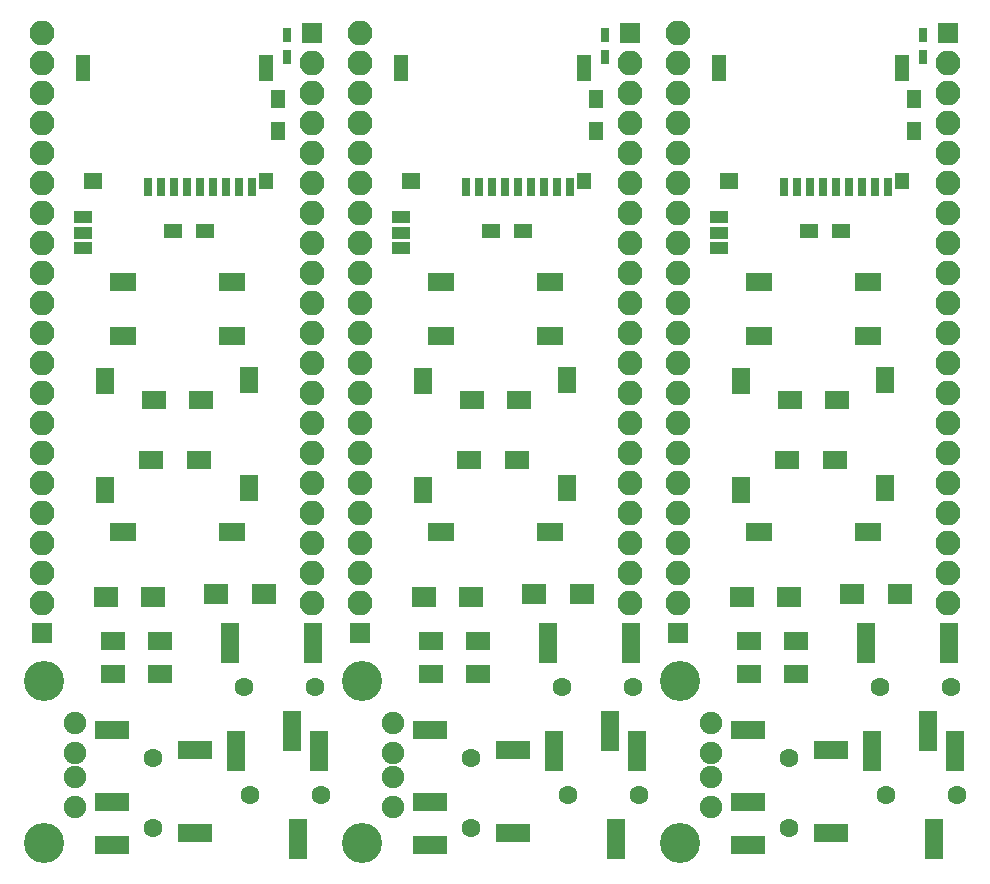
<source format=gbr>
%TF.GenerationSoftware,KiCad,Pcbnew,5.0.0-rc2-dev-unknown-d09445c~65~ubuntu16.04.1*%
%TF.CreationDate,2018-05-20T19:04:23+02:00*%
%TF.ProjectId,F-6888multi,462D363838386D756C74692E6B696361,rev?*%
%TF.SameCoordinates,Original*%
%TF.FileFunction,Soldermask,Top*%
%TF.FilePolarity,Negative*%
%FSLAX46Y46*%
G04 Gerber Fmt 4.6, Leading zero omitted, Abs format (unit mm)*
G04 Created by KiCad (PCBNEW 5.0.0-rc2-dev-unknown-d09445c~65~ubuntu16.04.1) date Sun May 20 19:04:23 2018*
%MOMM*%
%LPD*%
G01*
G04 APERTURE LIST*
%ADD10R,0.700000X1.600000*%
%ADD11R,1.200000X1.400000*%
%ADD12R,1.600000X1.400000*%
%ADD13R,1.200000X2.200000*%
%ADD14R,2.000000X1.700000*%
%ADD15C,1.600000*%
%ADD16R,1.500000X3.500000*%
%ADD17R,2.000000X1.600000*%
%ADD18R,1.500000X1.000000*%
%ADD19R,1.600000X2.180000*%
%ADD20R,1.700000X1.700000*%
%ADD21O,2.100000X2.100000*%
%ADD22R,1.300000X1.500000*%
%ADD23R,0.750000X1.200000*%
%ADD24R,2.180000X1.600000*%
%ADD25C,3.400000*%
%ADD26C,1.900000*%
%ADD27R,3.000000X1.500000*%
%ADD28R,1.500000X1.300000*%
G04 APERTURE END LIST*
D10*
%TO.C,J6*%
X159308800Y-68767600D03*
X158208800Y-68767600D03*
X157108800Y-68767600D03*
X160408800Y-68767600D03*
X161508800Y-68767600D03*
X162608800Y-68767600D03*
X164808800Y-68767600D03*
X163708800Y-68767600D03*
X165908800Y-68767600D03*
D11*
X167058800Y-68267600D03*
D12*
X152458800Y-68267600D03*
D13*
X167058800Y-58667600D03*
X151558800Y-58667600D03*
%TD*%
D14*
%TO.C,D2*%
X162864800Y-103225600D03*
X166864800Y-103225600D03*
%TD*%
D15*
%TO.C,U4*%
X165754800Y-120243600D03*
D16*
X164554800Y-116493600D03*
X169754800Y-123993600D03*
X171554800Y-116493600D03*
D15*
X171754800Y-120243600D03*
%TD*%
D17*
%TO.C,C4*%
X161372300Y-91922600D03*
X157372300Y-91922600D03*
%TD*%
D18*
%TO.C,JP1*%
X151536400Y-73944000D03*
X151536400Y-72644000D03*
X151536400Y-71344000D03*
%TD*%
D19*
%TO.C,SW2*%
X153403300Y-94417100D03*
X153403300Y-85237100D03*
%TD*%
D17*
%TO.C,C10*%
X154083000Y-109982000D03*
X158083000Y-109982000D03*
%TD*%
%TO.C,C9*%
X158083000Y-107188000D03*
X154083000Y-107188000D03*
%TD*%
D20*
%TO.C,J2*%
X170992800Y-55727600D03*
D21*
X170992800Y-58267600D03*
X170992800Y-60807600D03*
X170992800Y-63347600D03*
X170992800Y-65887600D03*
X170992800Y-68427600D03*
X170992800Y-70967600D03*
X170992800Y-73507600D03*
X170992800Y-76047600D03*
X170992800Y-78587600D03*
X170992800Y-81127600D03*
X170992800Y-83667600D03*
X170992800Y-86207600D03*
X170992800Y-88747600D03*
X170992800Y-91287600D03*
X170992800Y-93827600D03*
X170992800Y-96367600D03*
X170992800Y-98907600D03*
X170992800Y-101447600D03*
X170992800Y-103987600D03*
%TD*%
D14*
%TO.C,D1*%
X157498800Y-103479600D03*
X153498800Y-103479600D03*
%TD*%
D22*
%TO.C,L1*%
X168122600Y-61366400D03*
X168122600Y-64066400D03*
%TD*%
D23*
%TO.C,C8*%
X168833800Y-57795200D03*
X168833800Y-55895200D03*
%TD*%
D20*
%TO.C,J4*%
X148132800Y-106527600D03*
D21*
X148132800Y-103987600D03*
X148132800Y-101447600D03*
X148132800Y-98907600D03*
X148132800Y-96367600D03*
X148132800Y-93827600D03*
X148132800Y-91287600D03*
X148132800Y-88747600D03*
X148132800Y-86207600D03*
X148132800Y-83667600D03*
X148132800Y-81127600D03*
X148132800Y-78587600D03*
X148132800Y-76047600D03*
X148132800Y-73507600D03*
X148132800Y-70967600D03*
X148132800Y-68427600D03*
X148132800Y-65887600D03*
X148132800Y-63347600D03*
X148132800Y-60807600D03*
X148132800Y-58267600D03*
X148132800Y-55727600D03*
%TD*%
D24*
%TO.C,SW1*%
X164152800Y-76809600D03*
X154972800Y-76809600D03*
%TD*%
D25*
%TO.C,J1*%
X148244100Y-110587600D03*
X148244100Y-124307600D03*
D26*
X150914100Y-114147600D03*
X150914100Y-116687600D03*
X150914100Y-118717600D03*
X150914100Y-121257600D03*
%TD*%
D27*
%TO.C,U2*%
X161030800Y-123485600D03*
X161030800Y-116485600D03*
X154030800Y-114785600D03*
X154030800Y-120885600D03*
X154030800Y-124485600D03*
D15*
X157530800Y-117085600D03*
X157530800Y-123085600D03*
%TD*%
D17*
%TO.C,C5*%
X157562800Y-86842600D03*
X161562800Y-86842600D03*
%TD*%
D24*
%TO.C,SW5*%
X154972800Y-81381600D03*
X164152800Y-81381600D03*
%TD*%
%TO.C,SW4*%
X154972800Y-98018600D03*
X164152800Y-98018600D03*
%TD*%
D19*
%TO.C,SW3*%
X165658800Y-85122800D03*
X165658800Y-94302800D03*
%TD*%
D15*
%TO.C,U3*%
X171246800Y-111099600D03*
D16*
X171046800Y-107349600D03*
X169246800Y-114849600D03*
X164046800Y-107349600D03*
D15*
X165246800Y-111099600D03*
%TD*%
D28*
%TO.C,R1*%
X159228800Y-72491600D03*
X161928800Y-72491600D03*
%TD*%
D10*
%TO.C,J6*%
X132384800Y-68767600D03*
X131284800Y-68767600D03*
X130184800Y-68767600D03*
X133484800Y-68767600D03*
X134584800Y-68767600D03*
X135684800Y-68767600D03*
X137884800Y-68767600D03*
X136784800Y-68767600D03*
X138984800Y-68767600D03*
D11*
X140134800Y-68267600D03*
D12*
X125534800Y-68267600D03*
D13*
X140134800Y-58667600D03*
X124634800Y-58667600D03*
%TD*%
D14*
%TO.C,D2*%
X135940800Y-103225600D03*
X139940800Y-103225600D03*
%TD*%
D15*
%TO.C,U4*%
X138830800Y-120243600D03*
D16*
X137630800Y-116493600D03*
X142830800Y-123993600D03*
X144630800Y-116493600D03*
D15*
X144830800Y-120243600D03*
%TD*%
D17*
%TO.C,C4*%
X134448300Y-91922600D03*
X130448300Y-91922600D03*
%TD*%
D18*
%TO.C,JP1*%
X124612400Y-73944000D03*
X124612400Y-72644000D03*
X124612400Y-71344000D03*
%TD*%
D19*
%TO.C,SW2*%
X126479300Y-94417100D03*
X126479300Y-85237100D03*
%TD*%
D17*
%TO.C,C10*%
X127159000Y-109982000D03*
X131159000Y-109982000D03*
%TD*%
%TO.C,C9*%
X131159000Y-107188000D03*
X127159000Y-107188000D03*
%TD*%
D20*
%TO.C,J2*%
X144068800Y-55727600D03*
D21*
X144068800Y-58267600D03*
X144068800Y-60807600D03*
X144068800Y-63347600D03*
X144068800Y-65887600D03*
X144068800Y-68427600D03*
X144068800Y-70967600D03*
X144068800Y-73507600D03*
X144068800Y-76047600D03*
X144068800Y-78587600D03*
X144068800Y-81127600D03*
X144068800Y-83667600D03*
X144068800Y-86207600D03*
X144068800Y-88747600D03*
X144068800Y-91287600D03*
X144068800Y-93827600D03*
X144068800Y-96367600D03*
X144068800Y-98907600D03*
X144068800Y-101447600D03*
X144068800Y-103987600D03*
%TD*%
D14*
%TO.C,D1*%
X130574800Y-103479600D03*
X126574800Y-103479600D03*
%TD*%
D22*
%TO.C,L1*%
X141198600Y-61366400D03*
X141198600Y-64066400D03*
%TD*%
D23*
%TO.C,C8*%
X141909800Y-57795200D03*
X141909800Y-55895200D03*
%TD*%
D20*
%TO.C,J4*%
X121208800Y-106527600D03*
D21*
X121208800Y-103987600D03*
X121208800Y-101447600D03*
X121208800Y-98907600D03*
X121208800Y-96367600D03*
X121208800Y-93827600D03*
X121208800Y-91287600D03*
X121208800Y-88747600D03*
X121208800Y-86207600D03*
X121208800Y-83667600D03*
X121208800Y-81127600D03*
X121208800Y-78587600D03*
X121208800Y-76047600D03*
X121208800Y-73507600D03*
X121208800Y-70967600D03*
X121208800Y-68427600D03*
X121208800Y-65887600D03*
X121208800Y-63347600D03*
X121208800Y-60807600D03*
X121208800Y-58267600D03*
X121208800Y-55727600D03*
%TD*%
D24*
%TO.C,SW1*%
X137228800Y-76809600D03*
X128048800Y-76809600D03*
%TD*%
D25*
%TO.C,J1*%
X121320100Y-110587600D03*
X121320100Y-124307600D03*
D26*
X123990100Y-114147600D03*
X123990100Y-116687600D03*
X123990100Y-118717600D03*
X123990100Y-121257600D03*
%TD*%
D27*
%TO.C,U2*%
X134106800Y-123485600D03*
X134106800Y-116485600D03*
X127106800Y-114785600D03*
X127106800Y-120885600D03*
X127106800Y-124485600D03*
D15*
X130606800Y-117085600D03*
X130606800Y-123085600D03*
%TD*%
D17*
%TO.C,C5*%
X130638800Y-86842600D03*
X134638800Y-86842600D03*
%TD*%
D24*
%TO.C,SW5*%
X128048800Y-81381600D03*
X137228800Y-81381600D03*
%TD*%
%TO.C,SW4*%
X128048800Y-98018600D03*
X137228800Y-98018600D03*
%TD*%
D19*
%TO.C,SW3*%
X138734800Y-85122800D03*
X138734800Y-94302800D03*
%TD*%
D15*
%TO.C,U3*%
X144322800Y-111099600D03*
D16*
X144122800Y-107349600D03*
X142322800Y-114849600D03*
X137122800Y-107349600D03*
D15*
X138322800Y-111099600D03*
%TD*%
D28*
%TO.C,R1*%
X132304800Y-72491600D03*
X135004800Y-72491600D03*
%TD*%
D15*
%TO.C,U3*%
X111398800Y-111099600D03*
D16*
X110198800Y-107349600D03*
X115398800Y-114849600D03*
X117198800Y-107349600D03*
D15*
X117398800Y-111099600D03*
%TD*%
D22*
%TO.C,L1*%
X114274600Y-64066400D03*
X114274600Y-61366400D03*
%TD*%
D23*
%TO.C,C8*%
X114985800Y-55895200D03*
X114985800Y-57795200D03*
%TD*%
D17*
%TO.C,C10*%
X104235000Y-109982000D03*
X100235000Y-109982000D03*
%TD*%
%TO.C,C9*%
X100235000Y-107188000D03*
X104235000Y-107188000D03*
%TD*%
D26*
%TO.C,J1*%
X97066100Y-121257600D03*
X97066100Y-118717600D03*
X97066100Y-116687600D03*
X97066100Y-114147600D03*
D25*
X94396100Y-124307600D03*
X94396100Y-110587600D03*
%TD*%
D24*
%TO.C,SW1*%
X101124800Y-76809600D03*
X110304800Y-76809600D03*
%TD*%
D18*
%TO.C,JP1*%
X97688400Y-71344000D03*
X97688400Y-72644000D03*
X97688400Y-73944000D03*
%TD*%
D15*
%TO.C,U2*%
X103682800Y-123085600D03*
X103682800Y-117085600D03*
D27*
X100182800Y-124485600D03*
X100182800Y-120885600D03*
X100182800Y-114785600D03*
X107182800Y-116485600D03*
X107182800Y-123485600D03*
%TD*%
D14*
%TO.C,D1*%
X99650800Y-103479600D03*
X103650800Y-103479600D03*
%TD*%
%TO.C,D2*%
X113016800Y-103225600D03*
X109016800Y-103225600D03*
%TD*%
D21*
%TO.C,J2*%
X117144800Y-103987600D03*
X117144800Y-101447600D03*
X117144800Y-98907600D03*
X117144800Y-96367600D03*
X117144800Y-93827600D03*
X117144800Y-91287600D03*
X117144800Y-88747600D03*
X117144800Y-86207600D03*
X117144800Y-83667600D03*
X117144800Y-81127600D03*
X117144800Y-78587600D03*
X117144800Y-76047600D03*
X117144800Y-73507600D03*
X117144800Y-70967600D03*
X117144800Y-68427600D03*
X117144800Y-65887600D03*
X117144800Y-63347600D03*
X117144800Y-60807600D03*
X117144800Y-58267600D03*
D20*
X117144800Y-55727600D03*
%TD*%
D13*
%TO.C,J6*%
X97710800Y-58667600D03*
X113210800Y-58667600D03*
D12*
X98610800Y-68267600D03*
D11*
X113210800Y-68267600D03*
D10*
X112060800Y-68767600D03*
X109860800Y-68767600D03*
X110960800Y-68767600D03*
X108760800Y-68767600D03*
X107660800Y-68767600D03*
X106560800Y-68767600D03*
X103260800Y-68767600D03*
X104360800Y-68767600D03*
X105460800Y-68767600D03*
%TD*%
D28*
%TO.C,R1*%
X108080800Y-72491600D03*
X105380800Y-72491600D03*
%TD*%
D19*
%TO.C,SW2*%
X99555300Y-85237100D03*
X99555300Y-94417100D03*
%TD*%
%TO.C,SW3*%
X111810800Y-94302800D03*
X111810800Y-85122800D03*
%TD*%
D24*
%TO.C,SW4*%
X110304800Y-98018600D03*
X101124800Y-98018600D03*
%TD*%
%TO.C,SW5*%
X110304800Y-81381600D03*
X101124800Y-81381600D03*
%TD*%
D21*
%TO.C,J4*%
X94284800Y-55727600D03*
X94284800Y-58267600D03*
X94284800Y-60807600D03*
X94284800Y-63347600D03*
X94284800Y-65887600D03*
X94284800Y-68427600D03*
X94284800Y-70967600D03*
X94284800Y-73507600D03*
X94284800Y-76047600D03*
X94284800Y-78587600D03*
X94284800Y-81127600D03*
X94284800Y-83667600D03*
X94284800Y-86207600D03*
X94284800Y-88747600D03*
X94284800Y-91287600D03*
X94284800Y-93827600D03*
X94284800Y-96367600D03*
X94284800Y-98907600D03*
X94284800Y-101447600D03*
X94284800Y-103987600D03*
D20*
X94284800Y-106527600D03*
%TD*%
D15*
%TO.C,U4*%
X117906800Y-120243600D03*
D16*
X117706800Y-116493600D03*
X115906800Y-123993600D03*
X110706800Y-116493600D03*
D15*
X111906800Y-120243600D03*
%TD*%
D17*
%TO.C,C4*%
X103524300Y-91922600D03*
X107524300Y-91922600D03*
%TD*%
%TO.C,C5*%
X107714800Y-86842600D03*
X103714800Y-86842600D03*
%TD*%
M02*

</source>
